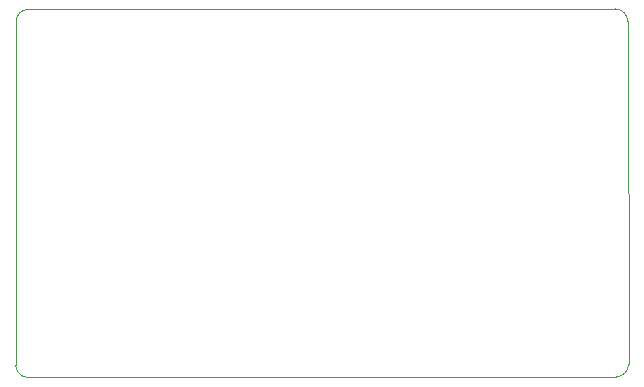
<source format=gbr>
%TF.GenerationSoftware,KiCad,Pcbnew,8.0.6*%
%TF.CreationDate,2025-03-17T21:12:52+03:00*%
%TF.ProjectId,ECU_SW_Control,4543555f-5357-45f4-936f-6e74726f6c2e,v1*%
%TF.SameCoordinates,Original*%
%TF.FileFunction,Profile,NP*%
%FSLAX46Y46*%
G04 Gerber Fmt 4.6, Leading zero omitted, Abs format (unit mm)*
G04 Created by KiCad (PCBNEW 8.0.6) date 2025-03-17 21:12:52*
%MOMM*%
%LPD*%
G01*
G04 APERTURE LIST*
%TA.AperFunction,Profile*%
%ADD10C,0.050000*%
%TD*%
G04 APERTURE END LIST*
D10*
X140258800Y-136151700D02*
G75*
G02*
X139192000Y-135084858I0J1066800D01*
G01*
X189948829Y-104945171D02*
G75*
G02*
X191015629Y-106011971I71J-1066729D01*
G01*
X190017400Y-136093200D02*
X140258800Y-136151658D01*
X189948829Y-104945171D02*
X140284200Y-104978200D01*
X139217400Y-106045000D02*
G75*
G02*
X140284200Y-104978200I1066800J0D01*
G01*
X139192000Y-135084858D02*
X139217400Y-106045000D01*
X191084200Y-135026400D02*
G75*
G02*
X190017400Y-136093200I-1066800J0D01*
G01*
X191084200Y-135026400D02*
X191015629Y-106011971D01*
M02*

</source>
